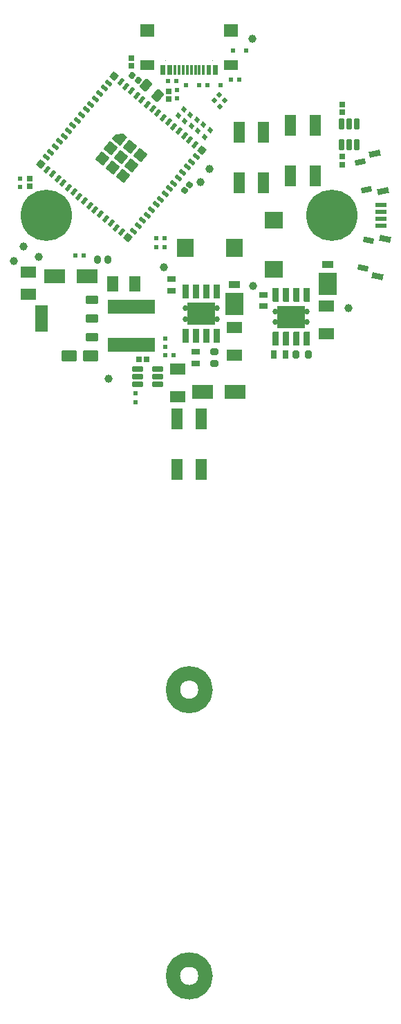
<source format=gbs>
G04*
G04 #@! TF.GenerationSoftware,Altium Limited,Altium Designer,21.9.2 (33)*
G04*
G04 Layer_Color=16711935*
%FSLAX25Y25*%
%MOIN*%
G70*
G04*
G04 #@! TF.SameCoordinates,C6F11EFD-203B-4413-AD8B-19CE97DDEB68*
G04*
G04*
G04 #@! TF.FilePolarity,Negative*
G04*
G01*
G75*
%ADD12C,0.07087*%
%ADD14C,0.00299*%
%ADD15R,0.00299X0.00299*%
%ADD16O,0.03449X0.04236*%
%ADD17C,0.24709*%
%ADD18C,0.02701*%
%ADD40C,0.03937*%
%ADD57R,0.05500X0.09843*%
%ADD77R,0.05417X0.01953*%
G04:AMPARAMS|DCode=78|XSize=29.72mil|YSize=28.35mil|CornerRadius=5.32mil|HoleSize=0mil|Usage=FLASHONLY|Rotation=180.000|XOffset=0mil|YOffset=0mil|HoleType=Round|Shape=RoundedRectangle|*
%AMROUNDEDRECTD78*
21,1,0.02972,0.01772,0,0,180.0*
21,1,0.01909,0.02835,0,0,180.0*
1,1,0.01063,-0.00955,0.00886*
1,1,0.01063,0.00955,0.00886*
1,1,0.01063,0.00955,-0.00886*
1,1,0.01063,-0.00955,-0.00886*
%
%ADD78ROUNDEDRECTD78*%
G04:AMPARAMS|DCode=79|XSize=50.63mil|YSize=25.83mil|CornerRadius=4.35mil|HoleSize=0mil|Usage=FLASHONLY|Rotation=270.000|XOffset=0mil|YOffset=0mil|HoleType=Round|Shape=RoundedRectangle|*
%AMROUNDEDRECTD79*
21,1,0.05063,0.01713,0,0,270.0*
21,1,0.04193,0.02583,0,0,270.0*
1,1,0.00870,-0.00856,-0.02097*
1,1,0.00870,-0.00856,0.02097*
1,1,0.00870,0.00856,0.02097*
1,1,0.00870,0.00856,-0.02097*
%
%ADD79ROUNDEDRECTD79*%
G04:AMPARAMS|DCode=80|XSize=26.61mil|YSize=50.24mil|CornerRadius=0mil|HoleSize=0mil|Usage=FLASHONLY|Rotation=258.000|XOffset=0mil|YOffset=0mil|HoleType=Round|Shape=Rectangle|*
%AMROTATEDRECTD80*
4,1,4,-0.02180,0.01824,0.02734,0.00779,0.02180,-0.01824,-0.02734,-0.00779,-0.02180,0.01824,0.0*
%
%ADD80ROTATEDRECTD80*%

G04:AMPARAMS|DCode=81|XSize=54.17mil|YSize=28.58mil|CornerRadius=0mil|HoleSize=0mil|Usage=FLASHONLY|Rotation=168.000|XOffset=0mil|YOffset=0mil|HoleType=Round|Shape=Rectangle|*
%AMROTATEDRECTD81*
4,1,4,0.02947,0.00835,0.02352,-0.01961,-0.02947,-0.00835,-0.02352,0.01961,0.02947,0.00835,0.0*
%
%ADD81ROTATEDRECTD81*%

G04:AMPARAMS|DCode=82|XSize=26.61mil|YSize=50.24mil|CornerRadius=0mil|HoleSize=0mil|Usage=FLASHONLY|Rotation=282.000|XOffset=0mil|YOffset=0mil|HoleType=Round|Shape=Rectangle|*
%AMROTATEDRECTD82*
4,1,4,-0.02734,0.00779,0.02180,0.01824,0.02734,-0.00779,-0.02180,-0.01824,-0.02734,0.00779,0.0*
%
%ADD82ROTATEDRECTD82*%

G04:AMPARAMS|DCode=83|XSize=54.17mil|YSize=28.58mil|CornerRadius=0mil|HoleSize=0mil|Usage=FLASHONLY|Rotation=192.000|XOffset=0mil|YOffset=0mil|HoleType=Round|Shape=Rectangle|*
%AMROTATEDRECTD83*
4,1,4,0.02352,0.01961,0.02947,-0.00835,-0.02352,-0.01961,-0.02947,0.00835,0.02352,0.01961,0.0*
%
%ADD83ROTATEDRECTD83*%

G04:AMPARAMS|DCode=84|XSize=29.72mil|YSize=28.35mil|CornerRadius=5.32mil|HoleSize=0mil|Usage=FLASHONLY|Rotation=230.000|XOffset=0mil|YOffset=0mil|HoleType=Round|Shape=RoundedRectangle|*
%AMROUNDEDRECTD84*
21,1,0.02972,0.01772,0,0,230.0*
21,1,0.01909,0.02835,0,0,230.0*
1,1,0.01063,-0.01292,-0.00162*
1,1,0.01063,-0.00065,0.01301*
1,1,0.01063,0.01292,0.00162*
1,1,0.01063,0.00065,-0.01301*
%
%ADD84ROUNDEDRECTD84*%
%ADD85R,0.02169X0.02268*%
%ADD86R,0.02268X0.02169*%
G04:AMPARAMS|DCode=87|XSize=21.69mil|YSize=22.68mil|CornerRadius=0mil|HoleSize=0mil|Usage=FLASHONLY|Rotation=230.000|XOffset=0mil|YOffset=0mil|HoleType=Round|Shape=Rectangle|*
%AMROTATEDRECTD87*
4,1,4,-0.00171,0.01560,0.01566,0.00102,0.00171,-0.01560,-0.01566,-0.00102,-0.00171,0.01560,0.0*
%
%ADD87ROTATEDRECTD87*%

G04:AMPARAMS|DCode=88|XSize=54.17mil|YSize=42.36mil|CornerRadius=6.42mil|HoleSize=0mil|Usage=FLASHONLY|Rotation=50.000|XOffset=0mil|YOffset=0mil|HoleType=Round|Shape=RoundedRectangle|*
%AMROUNDEDRECTD88*
21,1,0.05417,0.02953,0,0,50.0*
21,1,0.04134,0.04236,0,0,50.0*
1,1,0.01284,0.02460,0.00634*
1,1,0.01284,-0.00198,-0.02532*
1,1,0.01284,-0.02460,-0.00634*
1,1,0.01284,0.00198,0.02532*
%
%ADD88ROUNDEDRECTD88*%
%ADD89R,0.07386X0.05614*%
%ADD90R,0.22740X0.06598*%
%ADD91R,0.01480X0.04630*%
%ADD92R,0.06598X0.06205*%
%ADD93R,0.06598X0.05024*%
%ADD94R,0.05614X0.07386*%
%ADD95R,0.10142X0.06992*%
G04:AMPARAMS|DCode=96|XSize=38.42mil|YSize=60.08mil|CornerRadius=3.45mil|HoleSize=0mil|Usage=FLASHONLY|Rotation=90.000|XOffset=0mil|YOffset=0mil|HoleType=Round|Shape=RoundedRectangle|*
%AMROUNDEDRECTD96*
21,1,0.03842,0.05319,0,0,90.0*
21,1,0.03154,0.06008,0,0,90.0*
1,1,0.00689,0.02659,0.01577*
1,1,0.00689,0.02659,-0.01577*
1,1,0.00689,-0.02659,-0.01577*
1,1,0.00689,-0.02659,0.01577*
%
%ADD96ROUNDEDRECTD96*%
G04:AMPARAMS|DCode=97|XSize=127.01mil|YSize=60.08mil|CornerRadius=3.49mil|HoleSize=0mil|Usage=FLASHONLY|Rotation=90.000|XOffset=0mil|YOffset=0mil|HoleType=Round|Shape=RoundedRectangle|*
%AMROUNDEDRECTD97*
21,1,0.12701,0.05309,0,0,90.0*
21,1,0.12002,0.06008,0,0,90.0*
1,1,0.00699,0.02655,0.06001*
1,1,0.00699,0.02655,-0.06001*
1,1,0.00699,-0.02655,-0.06001*
1,1,0.00699,-0.02655,0.06001*
%
%ADD97ROUNDEDRECTD97*%
%ADD98R,0.02454X0.01850*%
%ADD99P,0.04877X4X275.0*%
G04:AMPARAMS|DCode=100|XSize=34.49mil|YSize=18.74mil|CornerRadius=0mil|HoleSize=0mil|Usage=FLASHONLY|Rotation=230.000|XOffset=0mil|YOffset=0mil|HoleType=Round|Shape=Rectangle|*
%AMROTATEDRECTD100*
4,1,4,0.00391,0.01923,0.01826,0.00719,-0.00391,-0.01923,-0.01826,-0.00719,0.00391,0.01923,0.0*
%
%ADD100ROTATEDRECTD100*%

G04:AMPARAMS|DCode=101|XSize=18.74mil|YSize=34.49mil|CornerRadius=0mil|HoleSize=0mil|Usage=FLASHONLY|Rotation=230.000|XOffset=0mil|YOffset=0mil|HoleType=Round|Shape=Rectangle|*
%AMROTATEDRECTD101*
4,1,4,-0.00719,0.01826,0.01923,-0.00391,0.00719,-0.01826,-0.01923,0.00391,-0.00719,0.01826,0.0*
%
%ADD101ROTATEDRECTD101*%

%ADD102P,0.07105X4X275.0*%
G04:AMPARAMS|DCode=103|XSize=21.69mil|YSize=22.68mil|CornerRadius=0mil|HoleSize=0mil|Usage=FLASHONLY|Rotation=315.000|XOffset=0mil|YOffset=0mil|HoleType=Round|Shape=Rectangle|*
%AMROTATEDRECTD103*
4,1,4,-0.01569,-0.00035,0.00035,0.01569,0.01569,0.00035,-0.00035,-0.01569,-0.01569,-0.00035,0.0*
%
%ADD103ROTATEDRECTD103*%

G04:AMPARAMS|DCode=104|XSize=29.72mil|YSize=28.35mil|CornerRadius=5.32mil|HoleSize=0mil|Usage=FLASHONLY|Rotation=320.000|XOffset=0mil|YOffset=0mil|HoleType=Round|Shape=RoundedRectangle|*
%AMROUNDEDRECTD104*
21,1,0.02972,0.01772,0,0,320.0*
21,1,0.01909,0.02835,0,0,320.0*
1,1,0.01063,0.00162,-0.01292*
1,1,0.01063,-0.01301,-0.00065*
1,1,0.01063,-0.00162,0.01292*
1,1,0.01063,0.01301,0.00065*
%
%ADD104ROUNDEDRECTD104*%
G04:AMPARAMS|DCode=105|XSize=75.83mil|YSize=56.14mil|CornerRadius=8.14mil|HoleSize=0mil|Usage=FLASHONLY|Rotation=180.000|XOffset=0mil|YOffset=0mil|HoleType=Round|Shape=RoundedRectangle|*
%AMROUNDEDRECTD105*
21,1,0.07583,0.03986,0,0,180.0*
21,1,0.05955,0.05614,0,0,180.0*
1,1,0.01628,-0.02977,0.01993*
1,1,0.01628,0.02977,0.01993*
1,1,0.01628,0.02977,-0.01993*
1,1,0.01628,-0.02977,-0.01993*
%
%ADD105ROUNDEDRECTD105*%
%ADD106R,0.10142X0.06992*%
G04:AMPARAMS|DCode=107|XSize=50.63mil|YSize=25.83mil|CornerRadius=4.35mil|HoleSize=0mil|Usage=FLASHONLY|Rotation=180.000|XOffset=0mil|YOffset=0mil|HoleType=Round|Shape=RoundedRectangle|*
%AMROUNDEDRECTD107*
21,1,0.05063,0.01713,0,0,180.0*
21,1,0.04193,0.02583,0,0,180.0*
1,1,0.00870,-0.02097,0.00856*
1,1,0.00870,0.02097,0.00856*
1,1,0.00870,0.02097,-0.00856*
1,1,0.00870,-0.02097,-0.00856*
%
%ADD107ROUNDEDRECTD107*%
G04:AMPARAMS|DCode=108|XSize=29.72mil|YSize=28.35mil|CornerRadius=5.32mil|HoleSize=0mil|Usage=FLASHONLY|Rotation=270.000|XOffset=0mil|YOffset=0mil|HoleType=Round|Shape=RoundedRectangle|*
%AMROUNDEDRECTD108*
21,1,0.02972,0.01772,0,0,270.0*
21,1,0.01909,0.02835,0,0,270.0*
1,1,0.01063,-0.00886,-0.00955*
1,1,0.01063,-0.00886,0.00955*
1,1,0.01063,0.00886,0.00955*
1,1,0.01063,0.00886,-0.00955*
%
%ADD108ROUNDEDRECTD108*%
G04:AMPARAMS|DCode=109|XSize=74.25mil|YSize=54.96mil|CornerRadius=7.99mil|HoleSize=0mil|Usage=FLASHONLY|Rotation=180.000|XOffset=0mil|YOffset=0mil|HoleType=Round|Shape=RoundedRectangle|*
%AMROUNDEDRECTD109*
21,1,0.07425,0.03898,0,0,180.0*
21,1,0.05827,0.05496,0,0,180.0*
1,1,0.01598,-0.02913,0.01949*
1,1,0.01598,0.02913,0.01949*
1,1,0.01598,0.02913,-0.01949*
1,1,0.01598,-0.02913,-0.01949*
%
%ADD109ROUNDEDRECTD109*%
%ADD110R,0.08173X0.08961*%
%ADD111R,0.08961X0.10811*%
%ADD112R,0.05299X0.03299*%
%ADD113R,0.03842X0.03055*%
G04:AMPARAMS|DCode=114|XSize=38.42mil|YSize=30.55mil|CornerRadius=4.94mil|HoleSize=0mil|Usage=FLASHONLY|Rotation=270.000|XOffset=0mil|YOffset=0mil|HoleType=Round|Shape=RoundedRectangle|*
%AMROUNDEDRECTD114*
21,1,0.03842,0.02067,0,0,270.0*
21,1,0.02854,0.03055,0,0,270.0*
1,1,0.00988,-0.01034,-0.01427*
1,1,0.00988,-0.01034,0.01427*
1,1,0.00988,0.01034,0.01427*
1,1,0.00988,0.01034,-0.01427*
%
%ADD114ROUNDEDRECTD114*%
%ADD115R,0.03055X0.03842*%
G04:AMPARAMS|DCode=116|XSize=38.42mil|YSize=30.55mil|CornerRadius=4.94mil|HoleSize=0mil|Usage=FLASHONLY|Rotation=0.000|XOffset=0mil|YOffset=0mil|HoleType=Round|Shape=RoundedRectangle|*
%AMROUNDEDRECTD116*
21,1,0.03842,0.02067,0,0,0.0*
21,1,0.02854,0.03055,0,0,0.0*
1,1,0.00988,0.01427,-0.01034*
1,1,0.00988,-0.01427,-0.01034*
1,1,0.00988,-0.01427,0.01034*
1,1,0.00988,0.01427,0.01034*
%
%ADD116ROUNDEDRECTD116*%
%ADD117R,0.08961X0.08173*%
G36*
X-29737Y37599D02*
X-33280Y33377D01*
X-37502Y36920D01*
X-35604Y39182D01*
X-31999Y39497D01*
X-29737Y37599D01*
D02*
G37*
G36*
X14479Y-33288D02*
X14489Y-33288D01*
X14499Y-33290D01*
X14509Y-33292D01*
X14519Y-33294D01*
X14529Y-33297D01*
X14539Y-33301D01*
X14549Y-33304D01*
X14558Y-33309D01*
X14567Y-33314D01*
X14576Y-33319D01*
X14584Y-33325D01*
X14592Y-33331D01*
X14600Y-33338D01*
X14608Y-33345D01*
X14615Y-33353D01*
X14622Y-33360D01*
X14628Y-33369D01*
X14634Y-33377D01*
X14639Y-33386D01*
X14644Y-33395D01*
X14648Y-33404D01*
X14652Y-33414D01*
X14656Y-33423D01*
X14659Y-33433D01*
X14661Y-33443D01*
X14663Y-33453D01*
X14664Y-33464D01*
X14665Y-33474D01*
X14665Y-33484D01*
Y-39744D01*
X14665Y-39754D01*
X14664Y-39765D01*
X14663Y-39775D01*
X14661Y-39785D01*
X14659Y-39795D01*
X14656Y-39805D01*
X14652Y-39815D01*
X14648Y-39824D01*
X14644Y-39833D01*
X14639Y-39843D01*
X14634Y-39851D01*
X14628Y-39860D01*
X14622Y-39868D01*
X14615Y-39876D01*
X14608Y-39883D01*
X14600Y-39890D01*
X14592Y-39897D01*
X14584Y-39903D01*
X14576Y-39909D01*
X14567Y-39915D01*
X14558Y-39919D01*
X14549Y-39924D01*
X14539Y-39928D01*
X14529Y-39931D01*
X14519Y-39934D01*
X14509Y-39937D01*
X14499Y-39939D01*
X14489Y-39940D01*
X14479Y-39941D01*
X14469Y-39941D01*
X11949D01*
X11938Y-39941D01*
X11928Y-39940D01*
X11918Y-39939D01*
X11908Y-39937D01*
X11898Y-39934D01*
X11888Y-39931D01*
X11878Y-39928D01*
X11869Y-39924D01*
X11859Y-39919D01*
X11850Y-39915D01*
X11842Y-39909D01*
X11833Y-39903D01*
X11825Y-39897D01*
X11817Y-39890D01*
X11810Y-39883D01*
X11802Y-39876D01*
X11796Y-39868D01*
X11789Y-39860D01*
X11784Y-39851D01*
X11778Y-39843D01*
X11773Y-39833D01*
X11769Y-39824D01*
X11765Y-39815D01*
X11762Y-39805D01*
X11759Y-39795D01*
X11756Y-39785D01*
X11754Y-39775D01*
X11753Y-39765D01*
X11752Y-39754D01*
X11752Y-39744D01*
Y-33484D01*
X11752Y-33474D01*
X11753Y-33464D01*
X11754Y-33453D01*
X11756Y-33443D01*
X11759Y-33433D01*
X11762Y-33423D01*
X11765Y-33414D01*
X11769Y-33404D01*
X11773Y-33395D01*
X11778Y-33386D01*
X11784Y-33377D01*
X11789Y-33369D01*
X11796Y-33360D01*
X11802Y-33353D01*
X11810Y-33345D01*
X11817Y-33338D01*
X11825Y-33331D01*
X11833Y-33325D01*
X11842Y-33319D01*
X11850Y-33314D01*
X11859Y-33309D01*
X11869Y-33304D01*
X11878Y-33301D01*
X11888Y-33297D01*
X11898Y-33294D01*
X11908Y-33292D01*
X11918Y-33290D01*
X11928Y-33288D01*
X11938Y-33288D01*
X11949Y-33287D01*
X14469D01*
X14479Y-33288D01*
D02*
G37*
G36*
X9479D02*
X9489Y-33288D01*
X9499Y-33290D01*
X9509Y-33292D01*
X9519Y-33294D01*
X9529Y-33297D01*
X9539Y-33301D01*
X9549Y-33304D01*
X9558Y-33309D01*
X9567Y-33314D01*
X9576Y-33319D01*
X9584Y-33325D01*
X9592Y-33331D01*
X9600Y-33338D01*
X9608Y-33345D01*
X9615Y-33353D01*
X9622Y-33360D01*
X9628Y-33369D01*
X9634Y-33377D01*
X9639Y-33386D01*
X9644Y-33395D01*
X9648Y-33404D01*
X9652Y-33414D01*
X9656Y-33423D01*
X9659Y-33433D01*
X9661Y-33443D01*
X9663Y-33453D01*
X9664Y-33464D01*
X9665Y-33474D01*
X9665Y-33484D01*
Y-39744D01*
X9665Y-39754D01*
X9664Y-39765D01*
X9663Y-39775D01*
X9661Y-39785D01*
X9659Y-39795D01*
X9656Y-39805D01*
X9652Y-39815D01*
X9648Y-39824D01*
X9644Y-39833D01*
X9639Y-39843D01*
X9634Y-39851D01*
X9628Y-39860D01*
X9622Y-39868D01*
X9615Y-39876D01*
X9608Y-39883D01*
X9600Y-39890D01*
X9592Y-39897D01*
X9584Y-39903D01*
X9576Y-39909D01*
X9567Y-39915D01*
X9558Y-39919D01*
X9549Y-39924D01*
X9539Y-39928D01*
X9529Y-39931D01*
X9519Y-39934D01*
X9509Y-39937D01*
X9499Y-39939D01*
X9489Y-39940D01*
X9479Y-39941D01*
X9469Y-39941D01*
X6949D01*
X6938Y-39941D01*
X6928Y-39940D01*
X6918Y-39939D01*
X6908Y-39937D01*
X6898Y-39934D01*
X6888Y-39931D01*
X6878Y-39928D01*
X6869Y-39924D01*
X6859Y-39919D01*
X6850Y-39915D01*
X6842Y-39909D01*
X6833Y-39903D01*
X6825Y-39897D01*
X6817Y-39890D01*
X6810Y-39883D01*
X6803Y-39876D01*
X6796Y-39868D01*
X6790Y-39860D01*
X6784Y-39851D01*
X6778Y-39843D01*
X6773Y-39833D01*
X6769Y-39824D01*
X6765Y-39815D01*
X6762Y-39805D01*
X6759Y-39795D01*
X6756Y-39785D01*
X6754Y-39775D01*
X6753Y-39765D01*
X6752Y-39754D01*
X6752Y-39744D01*
Y-33484D01*
X6752Y-33474D01*
X6753Y-33464D01*
X6754Y-33453D01*
X6756Y-33443D01*
X6759Y-33433D01*
X6762Y-33423D01*
X6765Y-33414D01*
X6769Y-33404D01*
X6773Y-33395D01*
X6778Y-33386D01*
X6784Y-33377D01*
X6790Y-33369D01*
X6796Y-33360D01*
X6803Y-33353D01*
X6810Y-33345D01*
X6817Y-33338D01*
X6825Y-33331D01*
X6833Y-33325D01*
X6842Y-33319D01*
X6850Y-33314D01*
X6859Y-33309D01*
X6869Y-33304D01*
X6878Y-33301D01*
X6888Y-33297D01*
X6898Y-33294D01*
X6908Y-33292D01*
X6918Y-33290D01*
X6928Y-33288D01*
X6938Y-33288D01*
X6949Y-33287D01*
X9469D01*
X9479Y-33288D01*
D02*
G37*
G36*
X4479D02*
X4489Y-33288D01*
X4499Y-33290D01*
X4509Y-33292D01*
X4519Y-33294D01*
X4529Y-33297D01*
X4539Y-33301D01*
X4549Y-33304D01*
X4558Y-33309D01*
X4567Y-33314D01*
X4576Y-33319D01*
X4584Y-33325D01*
X4592Y-33331D01*
X4600Y-33338D01*
X4608Y-33345D01*
X4615Y-33353D01*
X4622Y-33360D01*
X4628Y-33369D01*
X4634Y-33377D01*
X4639Y-33386D01*
X4644Y-33395D01*
X4648Y-33404D01*
X4652Y-33414D01*
X4656Y-33423D01*
X4659Y-33433D01*
X4661Y-33443D01*
X4663Y-33453D01*
X4664Y-33464D01*
X4665Y-33474D01*
X4665Y-33484D01*
Y-39744D01*
X4665Y-39754D01*
X4664Y-39765D01*
X4663Y-39775D01*
X4661Y-39785D01*
X4659Y-39795D01*
X4656Y-39805D01*
X4652Y-39815D01*
X4648Y-39824D01*
X4644Y-39833D01*
X4639Y-39843D01*
X4634Y-39851D01*
X4628Y-39860D01*
X4622Y-39868D01*
X4615Y-39876D01*
X4608Y-39883D01*
X4600Y-39890D01*
X4592Y-39897D01*
X4584Y-39903D01*
X4576Y-39909D01*
X4567Y-39915D01*
X4558Y-39919D01*
X4549Y-39924D01*
X4539Y-39928D01*
X4529Y-39931D01*
X4519Y-39934D01*
X4509Y-39937D01*
X4499Y-39939D01*
X4489Y-39940D01*
X4479Y-39941D01*
X4468Y-39941D01*
X1949D01*
X1939Y-39941D01*
X1928Y-39940D01*
X1918Y-39939D01*
X1908Y-39937D01*
X1898Y-39934D01*
X1888Y-39931D01*
X1878Y-39928D01*
X1869Y-39924D01*
X1859Y-39919D01*
X1850Y-39915D01*
X1842Y-39909D01*
X1833Y-39903D01*
X1825Y-39897D01*
X1817Y-39890D01*
X1810Y-39883D01*
X1802Y-39876D01*
X1796Y-39868D01*
X1790Y-39860D01*
X1784Y-39851D01*
X1778Y-39843D01*
X1773Y-39833D01*
X1769Y-39824D01*
X1765Y-39815D01*
X1762Y-39805D01*
X1759Y-39795D01*
X1756Y-39785D01*
X1754Y-39775D01*
X1753Y-39765D01*
X1752Y-39754D01*
X1752Y-39744D01*
Y-33484D01*
X1752Y-33474D01*
X1753Y-33464D01*
X1754Y-33453D01*
X1756Y-33443D01*
X1759Y-33433D01*
X1762Y-33423D01*
X1765Y-33414D01*
X1769Y-33404D01*
X1773Y-33395D01*
X1778Y-33386D01*
X1784Y-33377D01*
X1790Y-33369D01*
X1796Y-33360D01*
X1802Y-33353D01*
X1810Y-33345D01*
X1817Y-33338D01*
X1825Y-33331D01*
X1833Y-33325D01*
X1842Y-33319D01*
X1850Y-33314D01*
X1859Y-33309D01*
X1869Y-33304D01*
X1878Y-33301D01*
X1888Y-33297D01*
X1898Y-33294D01*
X1908Y-33292D01*
X1918Y-33290D01*
X1928Y-33288D01*
X1939Y-33288D01*
X1949Y-33287D01*
X4468D01*
X4479Y-33288D01*
D02*
G37*
G36*
X-521D02*
X-511Y-33288D01*
X-501Y-33290D01*
X-491Y-33292D01*
X-481Y-33294D01*
X-471Y-33297D01*
X-461Y-33301D01*
X-451Y-33304D01*
X-442Y-33309D01*
X-433Y-33314D01*
X-424Y-33319D01*
X-416Y-33325D01*
X-408Y-33331D01*
X-400Y-33338D01*
X-392Y-33345D01*
X-385Y-33353D01*
X-378Y-33360D01*
X-372Y-33369D01*
X-366Y-33377D01*
X-361Y-33386D01*
X-356Y-33395D01*
X-352Y-33404D01*
X-348Y-33414D01*
X-344Y-33423D01*
X-341Y-33433D01*
X-339Y-33443D01*
X-337Y-33453D01*
X-336Y-33464D01*
X-335Y-33474D01*
X-335Y-33484D01*
Y-39744D01*
X-335Y-39754D01*
X-336Y-39765D01*
X-337Y-39775D01*
X-339Y-39785D01*
X-341Y-39795D01*
X-344Y-39805D01*
X-348Y-39815D01*
X-352Y-39824D01*
X-356Y-39833D01*
X-361Y-39843D01*
X-366Y-39851D01*
X-372Y-39860D01*
X-378Y-39868D01*
X-385Y-39876D01*
X-392Y-39883D01*
X-400Y-39890D01*
X-408Y-39897D01*
X-416Y-39903D01*
X-424Y-39909D01*
X-433Y-39915D01*
X-442Y-39919D01*
X-451Y-39924D01*
X-461Y-39928D01*
X-471Y-39931D01*
X-481Y-39934D01*
X-491Y-39937D01*
X-501Y-39939D01*
X-511Y-39940D01*
X-521Y-39941D01*
X-532Y-39941D01*
X-3051D01*
X-3062Y-39941D01*
X-3072Y-39940D01*
X-3082Y-39939D01*
X-3092Y-39937D01*
X-3102Y-39934D01*
X-3112Y-39931D01*
X-3122Y-39928D01*
X-3131Y-39924D01*
X-3141Y-39919D01*
X-3150Y-39915D01*
X-3158Y-39909D01*
X-3167Y-39903D01*
X-3175Y-39897D01*
X-3183Y-39890D01*
X-3190Y-39883D01*
X-3198Y-39876D01*
X-3204Y-39868D01*
X-3210Y-39860D01*
X-3216Y-39851D01*
X-3222Y-39843D01*
X-3227Y-39833D01*
X-3231Y-39824D01*
X-3235Y-39815D01*
X-3238Y-39805D01*
X-3241Y-39795D01*
X-3244Y-39785D01*
X-3246Y-39775D01*
X-3247Y-39765D01*
X-3248Y-39754D01*
X-3248Y-39744D01*
Y-33484D01*
X-3248Y-33474D01*
X-3247Y-33464D01*
X-3246Y-33453D01*
X-3244Y-33443D01*
X-3241Y-33433D01*
X-3238Y-33423D01*
X-3235Y-33414D01*
X-3231Y-33404D01*
X-3227Y-33395D01*
X-3222Y-33386D01*
X-3216Y-33377D01*
X-3210Y-33369D01*
X-3204Y-33360D01*
X-3198Y-33353D01*
X-3190Y-33345D01*
X-3183Y-33338D01*
X-3175Y-33331D01*
X-3167Y-33325D01*
X-3158Y-33319D01*
X-3150Y-33314D01*
X-3141Y-33309D01*
X-3131Y-33304D01*
X-3122Y-33301D01*
X-3112Y-33297D01*
X-3102Y-33294D01*
X-3092Y-33292D01*
X-3082Y-33290D01*
X-3072Y-33288D01*
X-3062Y-33288D01*
X-3051Y-33287D01*
X-532D01*
X-521Y-33288D01*
D02*
G37*
G36*
X57983Y-34863D02*
X57993Y-34863D01*
X58003Y-34865D01*
X58013Y-34866D01*
X58023Y-34869D01*
X58033Y-34872D01*
X58043Y-34875D01*
X58052Y-34879D01*
X58062Y-34884D01*
X58071Y-34889D01*
X58080Y-34894D01*
X58088Y-34900D01*
X58096Y-34906D01*
X58104Y-34913D01*
X58112Y-34920D01*
X58119Y-34927D01*
X58125Y-34935D01*
X58132Y-34943D01*
X58138Y-34952D01*
X58143Y-34961D01*
X58148Y-34970D01*
X58152Y-34979D01*
X58156Y-34988D01*
X58160Y-34998D01*
X58163Y-35008D01*
X58165Y-35018D01*
X58167Y-35028D01*
X58168Y-35039D01*
X58169Y-35049D01*
X58169Y-35059D01*
Y-41319D01*
X58169Y-41329D01*
X58168Y-41339D01*
X58167Y-41350D01*
X58165Y-41360D01*
X58163Y-41370D01*
X58160Y-41380D01*
X58156Y-41389D01*
X58152Y-41399D01*
X58148Y-41408D01*
X58143Y-41417D01*
X58138Y-41426D01*
X58132Y-41435D01*
X58125Y-41443D01*
X58119Y-41451D01*
X58112Y-41458D01*
X58104Y-41465D01*
X58096Y-41472D01*
X58088Y-41478D01*
X58080Y-41484D01*
X58071Y-41489D01*
X58062Y-41494D01*
X58052Y-41499D01*
X58043Y-41503D01*
X58033Y-41506D01*
X58023Y-41509D01*
X58013Y-41511D01*
X58003Y-41513D01*
X57993Y-41515D01*
X57983Y-41515D01*
X57973Y-41516D01*
X55453D01*
X55443Y-41515D01*
X55432Y-41515D01*
X55422Y-41513D01*
X55412Y-41511D01*
X55402Y-41509D01*
X55392Y-41506D01*
X55382Y-41503D01*
X55373Y-41499D01*
X55363Y-41494D01*
X55354Y-41489D01*
X55346Y-41484D01*
X55337Y-41478D01*
X55329Y-41472D01*
X55321Y-41465D01*
X55314Y-41458D01*
X55307Y-41451D01*
X55300Y-41443D01*
X55294Y-41435D01*
X55288Y-41426D01*
X55282Y-41417D01*
X55277Y-41408D01*
X55273Y-41399D01*
X55269Y-41389D01*
X55265Y-41380D01*
X55263Y-41370D01*
X55260Y-41360D01*
X55258Y-41350D01*
X55257Y-41339D01*
X55256Y-41329D01*
X55256Y-41319D01*
Y-35059D01*
X55256Y-35049D01*
X55257Y-35039D01*
X55258Y-35028D01*
X55260Y-35018D01*
X55263Y-35008D01*
X55265Y-34998D01*
X55269Y-34988D01*
X55273Y-34979D01*
X55277Y-34970D01*
X55282Y-34961D01*
X55288Y-34952D01*
X55294Y-34943D01*
X55300Y-34935D01*
X55307Y-34927D01*
X55314Y-34920D01*
X55321Y-34913D01*
X55329Y-34906D01*
X55337Y-34900D01*
X55346Y-34894D01*
X55354Y-34889D01*
X55363Y-34884D01*
X55373Y-34879D01*
X55382Y-34875D01*
X55392Y-34872D01*
X55402Y-34869D01*
X55412Y-34866D01*
X55422Y-34865D01*
X55432Y-34863D01*
X55443Y-34863D01*
X55453Y-34862D01*
X57973D01*
X57983Y-34863D01*
D02*
G37*
G36*
X52983D02*
X52993Y-34863D01*
X53003Y-34865D01*
X53013Y-34866D01*
X53023Y-34869D01*
X53033Y-34872D01*
X53043Y-34875D01*
X53053Y-34879D01*
X53062Y-34884D01*
X53071Y-34889D01*
X53080Y-34894D01*
X53088Y-34900D01*
X53096Y-34906D01*
X53104Y-34913D01*
X53112Y-34920D01*
X53119Y-34927D01*
X53125Y-34935D01*
X53132Y-34943D01*
X53137Y-34952D01*
X53143Y-34961D01*
X53148Y-34970D01*
X53152Y-34979D01*
X53156Y-34988D01*
X53160Y-34998D01*
X53163Y-35008D01*
X53165Y-35018D01*
X53167Y-35028D01*
X53168Y-35039D01*
X53169Y-35049D01*
X53169Y-35059D01*
Y-41319D01*
X53169Y-41329D01*
X53168Y-41339D01*
X53167Y-41350D01*
X53165Y-41360D01*
X53163Y-41370D01*
X53160Y-41380D01*
X53156Y-41389D01*
X53152Y-41399D01*
X53148Y-41408D01*
X53143Y-41417D01*
X53137Y-41426D01*
X53132Y-41435D01*
X53125Y-41443D01*
X53119Y-41451D01*
X53112Y-41458D01*
X53104Y-41465D01*
X53096Y-41472D01*
X53088Y-41478D01*
X53080Y-41484D01*
X53071Y-41489D01*
X53062Y-41494D01*
X53053Y-41499D01*
X53043Y-41503D01*
X53033Y-41506D01*
X53023Y-41509D01*
X53013Y-41511D01*
X53003Y-41513D01*
X52993Y-41515D01*
X52983Y-41515D01*
X52973Y-41516D01*
X50453D01*
X50442Y-41515D01*
X50432Y-41515D01*
X50422Y-41513D01*
X50412Y-41511D01*
X50402Y-41509D01*
X50392Y-41506D01*
X50382Y-41503D01*
X50373Y-41499D01*
X50363Y-41494D01*
X50354Y-41489D01*
X50346Y-41484D01*
X50337Y-41478D01*
X50329Y-41472D01*
X50321Y-41465D01*
X50314Y-41458D01*
X50306Y-41451D01*
X50300Y-41443D01*
X50293Y-41435D01*
X50288Y-41426D01*
X50282Y-41417D01*
X50277Y-41408D01*
X50273Y-41399D01*
X50269Y-41389D01*
X50266Y-41380D01*
X50263Y-41370D01*
X50260Y-41360D01*
X50258Y-41350D01*
X50257Y-41339D01*
X50256Y-41329D01*
X50256Y-41319D01*
Y-35059D01*
X50256Y-35049D01*
X50257Y-35039D01*
X50258Y-35028D01*
X50260Y-35018D01*
X50263Y-35008D01*
X50266Y-34998D01*
X50269Y-34988D01*
X50273Y-34979D01*
X50277Y-34970D01*
X50282Y-34961D01*
X50288Y-34952D01*
X50293Y-34943D01*
X50300Y-34935D01*
X50306Y-34927D01*
X50314Y-34920D01*
X50321Y-34913D01*
X50329Y-34906D01*
X50337Y-34900D01*
X50346Y-34894D01*
X50354Y-34889D01*
X50363Y-34884D01*
X50373Y-34879D01*
X50382Y-34875D01*
X50392Y-34872D01*
X50402Y-34869D01*
X50412Y-34866D01*
X50422Y-34865D01*
X50432Y-34863D01*
X50442Y-34863D01*
X50453Y-34862D01*
X52973D01*
X52983Y-34863D01*
D02*
G37*
G36*
X47983D02*
X47993Y-34863D01*
X48003Y-34865D01*
X48013Y-34866D01*
X48023Y-34869D01*
X48033Y-34872D01*
X48043Y-34875D01*
X48052Y-34879D01*
X48062Y-34884D01*
X48071Y-34889D01*
X48080Y-34894D01*
X48088Y-34900D01*
X48096Y-34906D01*
X48104Y-34913D01*
X48112Y-34920D01*
X48119Y-34927D01*
X48125Y-34935D01*
X48132Y-34943D01*
X48138Y-34952D01*
X48143Y-34961D01*
X48148Y-34970D01*
X48152Y-34979D01*
X48156Y-34988D01*
X48160Y-34998D01*
X48163Y-35008D01*
X48165Y-35018D01*
X48167Y-35028D01*
X48168Y-35039D01*
X48169Y-35049D01*
X48169Y-35059D01*
Y-41319D01*
X48169Y-41329D01*
X48168Y-41339D01*
X48167Y-41350D01*
X48165Y-41360D01*
X48163Y-41370D01*
X48160Y-41380D01*
X48156Y-41389D01*
X48152Y-41399D01*
X48148Y-41408D01*
X48143Y-41417D01*
X48138Y-41426D01*
X48132Y-41435D01*
X48125Y-41443D01*
X48119Y-41451D01*
X48112Y-41458D01*
X48104Y-41465D01*
X48096Y-41472D01*
X48088Y-41478D01*
X48080Y-41484D01*
X48071Y-41489D01*
X48062Y-41494D01*
X48052Y-41499D01*
X48043Y-41503D01*
X48033Y-41506D01*
X48023Y-41509D01*
X48013Y-41511D01*
X48003Y-41513D01*
X47993Y-41515D01*
X47983Y-41515D01*
X47972Y-41516D01*
X45453D01*
X45443Y-41515D01*
X45432Y-41515D01*
X45422Y-41513D01*
X45412Y-41511D01*
X45402Y-41509D01*
X45392Y-41506D01*
X45382Y-41503D01*
X45373Y-41499D01*
X45363Y-41494D01*
X45354Y-41489D01*
X45346Y-41484D01*
X45337Y-41478D01*
X45329Y-41472D01*
X45321Y-41465D01*
X45314Y-41458D01*
X45307Y-41451D01*
X45300Y-41443D01*
X45294Y-41435D01*
X45288Y-41426D01*
X45282Y-41417D01*
X45277Y-41408D01*
X45273Y-41399D01*
X45269Y-41389D01*
X45266Y-41380D01*
X45263Y-41370D01*
X45260Y-41360D01*
X45258Y-41350D01*
X45257Y-41339D01*
X45256Y-41329D01*
X45256Y-41319D01*
Y-35059D01*
X45256Y-35049D01*
X45257Y-35039D01*
X45258Y-35028D01*
X45260Y-35018D01*
X45263Y-35008D01*
X45266Y-34998D01*
X45269Y-34988D01*
X45273Y-34979D01*
X45277Y-34970D01*
X45282Y-34961D01*
X45288Y-34952D01*
X45294Y-34943D01*
X45300Y-34935D01*
X45307Y-34927D01*
X45314Y-34920D01*
X45321Y-34913D01*
X45329Y-34906D01*
X45337Y-34900D01*
X45346Y-34894D01*
X45354Y-34889D01*
X45363Y-34884D01*
X45373Y-34879D01*
X45382Y-34875D01*
X45392Y-34872D01*
X45402Y-34869D01*
X45412Y-34866D01*
X45422Y-34865D01*
X45432Y-34863D01*
X45443Y-34863D01*
X45453Y-34862D01*
X47972D01*
X47983Y-34863D01*
D02*
G37*
G36*
X42983D02*
X42993Y-34863D01*
X43003Y-34865D01*
X43013Y-34866D01*
X43023Y-34869D01*
X43033Y-34872D01*
X43043Y-34875D01*
X43053Y-34879D01*
X43062Y-34884D01*
X43071Y-34889D01*
X43080Y-34894D01*
X43088Y-34900D01*
X43096Y-34906D01*
X43104Y-34913D01*
X43112Y-34920D01*
X43119Y-34927D01*
X43125Y-34935D01*
X43132Y-34943D01*
X43137Y-34952D01*
X43143Y-34961D01*
X43148Y-34970D01*
X43152Y-34979D01*
X43156Y-34988D01*
X43160Y-34998D01*
X43163Y-35008D01*
X43165Y-35018D01*
X43167Y-35028D01*
X43168Y-35039D01*
X43169Y-35049D01*
X43169Y-35059D01*
Y-41319D01*
X43169Y-41329D01*
X43168Y-41339D01*
X43167Y-41350D01*
X43165Y-41360D01*
X43163Y-41370D01*
X43160Y-41380D01*
X43156Y-41389D01*
X43152Y-41399D01*
X43148Y-41408D01*
X43143Y-41417D01*
X43137Y-41426D01*
X43132Y-41435D01*
X43125Y-41443D01*
X43119Y-41451D01*
X43112Y-41458D01*
X43104Y-41465D01*
X43096Y-41472D01*
X43088Y-41478D01*
X43080Y-41484D01*
X43071Y-41489D01*
X43062Y-41494D01*
X43053Y-41499D01*
X43043Y-41503D01*
X43033Y-41506D01*
X43023Y-41509D01*
X43013Y-41511D01*
X43003Y-41513D01*
X42993Y-41515D01*
X42983Y-41515D01*
X42972Y-41516D01*
X40453D01*
X40442Y-41515D01*
X40432Y-41515D01*
X40422Y-41513D01*
X40412Y-41511D01*
X40402Y-41509D01*
X40392Y-41506D01*
X40382Y-41503D01*
X40373Y-41499D01*
X40363Y-41494D01*
X40354Y-41489D01*
X40346Y-41484D01*
X40337Y-41478D01*
X40329Y-41472D01*
X40321Y-41465D01*
X40314Y-41458D01*
X40306Y-41451D01*
X40300Y-41443D01*
X40293Y-41435D01*
X40288Y-41426D01*
X40282Y-41417D01*
X40277Y-41408D01*
X40273Y-41399D01*
X40269Y-41389D01*
X40266Y-41380D01*
X40263Y-41370D01*
X40260Y-41360D01*
X40258Y-41350D01*
X40257Y-41339D01*
X40256Y-41329D01*
X40256Y-41319D01*
Y-35059D01*
X40256Y-35049D01*
X40257Y-35039D01*
X40258Y-35028D01*
X40260Y-35018D01*
X40263Y-35008D01*
X40266Y-34998D01*
X40269Y-34988D01*
X40273Y-34979D01*
X40277Y-34970D01*
X40282Y-34961D01*
X40288Y-34952D01*
X40293Y-34943D01*
X40300Y-34935D01*
X40306Y-34927D01*
X40314Y-34920D01*
X40321Y-34913D01*
X40329Y-34906D01*
X40337Y-34900D01*
X40346Y-34894D01*
X40354Y-34889D01*
X40363Y-34884D01*
X40373Y-34879D01*
X40382Y-34875D01*
X40392Y-34872D01*
X40402Y-34869D01*
X40412Y-34866D01*
X40422Y-34865D01*
X40432Y-34863D01*
X40442Y-34863D01*
X40453Y-34862D01*
X42972D01*
X42983Y-34863D01*
D02*
G37*
G36*
X12402Y-52579D02*
X-984D01*
Y-41909D01*
X12402D01*
Y-52579D01*
D02*
G37*
G36*
X55905Y-54154D02*
X42520D01*
Y-43484D01*
X55905D01*
Y-54154D01*
D02*
G37*
G36*
X14479Y-54548D02*
X14489Y-54548D01*
X14499Y-54550D01*
X14509Y-54552D01*
X14519Y-54554D01*
X14529Y-54557D01*
X14539Y-54560D01*
X14549Y-54564D01*
X14558Y-54569D01*
X14567Y-54574D01*
X14576Y-54579D01*
X14584Y-54585D01*
X14592Y-54591D01*
X14600Y-54598D01*
X14608Y-54605D01*
X14615Y-54612D01*
X14622Y-54620D01*
X14628Y-54628D01*
X14634Y-54637D01*
X14639Y-54646D01*
X14644Y-54655D01*
X14648Y-54664D01*
X14652Y-54673D01*
X14656Y-54683D01*
X14659Y-54693D01*
X14661Y-54703D01*
X14663Y-54713D01*
X14664Y-54724D01*
X14665Y-54734D01*
X14665Y-54744D01*
Y-61004D01*
X14665Y-61014D01*
X14664Y-61024D01*
X14663Y-61035D01*
X14661Y-61045D01*
X14659Y-61055D01*
X14656Y-61065D01*
X14652Y-61075D01*
X14648Y-61084D01*
X14644Y-61093D01*
X14639Y-61102D01*
X14634Y-61111D01*
X14628Y-61120D01*
X14622Y-61128D01*
X14615Y-61136D01*
X14608Y-61143D01*
X14600Y-61150D01*
X14592Y-61157D01*
X14584Y-61163D01*
X14576Y-61169D01*
X14567Y-61174D01*
X14558Y-61179D01*
X14549Y-61184D01*
X14539Y-61188D01*
X14529Y-61191D01*
X14519Y-61194D01*
X14509Y-61197D01*
X14499Y-61198D01*
X14489Y-61200D01*
X14479Y-61200D01*
X14469Y-61201D01*
X11949D01*
X11938Y-61200D01*
X11928Y-61200D01*
X11918Y-61198D01*
X11908Y-61197D01*
X11898Y-61194D01*
X11888Y-61191D01*
X11878Y-61188D01*
X11869Y-61184D01*
X11859Y-61179D01*
X11850Y-61174D01*
X11842Y-61169D01*
X11833Y-61163D01*
X11825Y-61157D01*
X11817Y-61150D01*
X11810Y-61143D01*
X11802Y-61136D01*
X11796Y-61128D01*
X11789Y-61120D01*
X11784Y-61111D01*
X11778Y-61102D01*
X11773Y-61093D01*
X11769Y-61084D01*
X11765Y-61075D01*
X11762Y-61065D01*
X11759Y-61055D01*
X11756Y-61045D01*
X11754Y-61035D01*
X11753Y-61024D01*
X11752Y-61014D01*
X11752Y-61004D01*
Y-54744D01*
X11752Y-54734D01*
X11753Y-54724D01*
X11754Y-54713D01*
X11756Y-54703D01*
X11759Y-54693D01*
X11762Y-54683D01*
X11765Y-54673D01*
X11769Y-54664D01*
X11773Y-54655D01*
X11778Y-54646D01*
X11784Y-54637D01*
X11789Y-54628D01*
X11796Y-54620D01*
X11802Y-54612D01*
X11810Y-54605D01*
X11817Y-54598D01*
X11825Y-54591D01*
X11833Y-54585D01*
X11842Y-54579D01*
X11850Y-54574D01*
X11859Y-54569D01*
X11869Y-54564D01*
X11878Y-54560D01*
X11888Y-54557D01*
X11898Y-54554D01*
X11908Y-54552D01*
X11918Y-54550D01*
X11928Y-54548D01*
X11938Y-54548D01*
X11949Y-54547D01*
X14469D01*
X14479Y-54548D01*
D02*
G37*
G36*
X9479D02*
X9489Y-54548D01*
X9499Y-54550D01*
X9509Y-54552D01*
X9519Y-54554D01*
X9529Y-54557D01*
X9539Y-54560D01*
X9549Y-54564D01*
X9558Y-54569D01*
X9567Y-54574D01*
X9576Y-54579D01*
X9584Y-54585D01*
X9592Y-54591D01*
X9600Y-54598D01*
X9608Y-54605D01*
X9615Y-54612D01*
X9622Y-54620D01*
X9628Y-54628D01*
X9634Y-54637D01*
X9639Y-54646D01*
X9644Y-54655D01*
X9648Y-54664D01*
X9652Y-54673D01*
X9656Y-54683D01*
X9659Y-54693D01*
X9661Y-54703D01*
X9663Y-54713D01*
X9664Y-54724D01*
X9665Y-54734D01*
X9665Y-54744D01*
Y-61004D01*
X9665Y-61014D01*
X9664Y-61024D01*
X9663Y-61035D01*
X9661Y-61045D01*
X9659Y-61055D01*
X9656Y-61065D01*
X9652Y-61075D01*
X9648Y-61084D01*
X9644Y-61093D01*
X9639Y-61102D01*
X9634Y-61111D01*
X9628Y-61120D01*
X9622Y-61128D01*
X9615Y-61136D01*
X9608Y-61143D01*
X9600Y-61150D01*
X9592Y-61157D01*
X9584Y-61163D01*
X9576Y-61169D01*
X9567Y-61174D01*
X9558Y-61179D01*
X9549Y-61184D01*
X9539Y-61188D01*
X9529Y-61191D01*
X9519Y-61194D01*
X9509Y-61197D01*
X9499Y-61198D01*
X9489Y-61200D01*
X9479Y-61200D01*
X9469Y-61201D01*
X6949D01*
X6938Y-61200D01*
X6928Y-61200D01*
X6918Y-61198D01*
X6908Y-61197D01*
X6898Y-61194D01*
X6888Y-61191D01*
X6878Y-61188D01*
X6869Y-61184D01*
X6859Y-61179D01*
X6850Y-61174D01*
X6842Y-61169D01*
X6833Y-61163D01*
X6825Y-61157D01*
X6817Y-61150D01*
X6810Y-61143D01*
X6803Y-61136D01*
X6796Y-61128D01*
X6790Y-61120D01*
X6784Y-61111D01*
X6778Y-61102D01*
X6773Y-61093D01*
X6769Y-61084D01*
X6765Y-61075D01*
X6762Y-61065D01*
X6759Y-61055D01*
X6756Y-61045D01*
X6754Y-61035D01*
X6753Y-61024D01*
X6752Y-61014D01*
X6752Y-61004D01*
Y-54744D01*
X6752Y-54734D01*
X6753Y-54724D01*
X6754Y-54713D01*
X6756Y-54703D01*
X6759Y-54693D01*
X6762Y-54683D01*
X6765Y-54673D01*
X6769Y-54664D01*
X6773Y-54655D01*
X6778Y-54646D01*
X6784Y-54637D01*
X6790Y-54628D01*
X6796Y-54620D01*
X6803Y-54612D01*
X6810Y-54605D01*
X6817Y-54598D01*
X6825Y-54591D01*
X6833Y-54585D01*
X6842Y-54579D01*
X6850Y-54574D01*
X6859Y-54569D01*
X6869Y-54564D01*
X6878Y-54560D01*
X6888Y-54557D01*
X6898Y-54554D01*
X6908Y-54552D01*
X6918Y-54550D01*
X6928Y-54548D01*
X6938Y-54548D01*
X6949Y-54547D01*
X9469D01*
X9479Y-54548D01*
D02*
G37*
G36*
X4479D02*
X4489Y-54548D01*
X4499Y-54550D01*
X4509Y-54552D01*
X4519Y-54554D01*
X4529Y-54557D01*
X4539Y-54560D01*
X4549Y-54564D01*
X4558Y-54569D01*
X4567Y-54574D01*
X4576Y-54579D01*
X4584Y-54585D01*
X4592Y-54591D01*
X4600Y-54598D01*
X4608Y-54605D01*
X4615Y-54612D01*
X4622Y-54620D01*
X4628Y-54628D01*
X4634Y-54637D01*
X4639Y-54646D01*
X4644Y-54655D01*
X4648Y-54664D01*
X4652Y-54673D01*
X4656Y-54683D01*
X4659Y-54693D01*
X4661Y-54703D01*
X4663Y-54713D01*
X4664Y-54724D01*
X4665Y-54734D01*
X4665Y-54744D01*
Y-61004D01*
X4665Y-61014D01*
X4664Y-61024D01*
X4663Y-61035D01*
X4661Y-61045D01*
X4659Y-61055D01*
X4656Y-61065D01*
X4652Y-61075D01*
X4648Y-61084D01*
X4644Y-61093D01*
X4639Y-61102D01*
X4634Y-61111D01*
X4628Y-61120D01*
X4622Y-61128D01*
X4615Y-61136D01*
X4608Y-61143D01*
X4600Y-61150D01*
X4592Y-61157D01*
X4584Y-61163D01*
X4576Y-61169D01*
X4567Y-61174D01*
X4558Y-61179D01*
X4549Y-61184D01*
X4539Y-61188D01*
X4529Y-61191D01*
X4519Y-61194D01*
X4509Y-61197D01*
X4499Y-61198D01*
X4489Y-61200D01*
X4479Y-61200D01*
X4468Y-61201D01*
X1949D01*
X1939Y-61200D01*
X1928Y-61200D01*
X1918Y-61198D01*
X1908Y-61197D01*
X1898Y-61194D01*
X1888Y-61191D01*
X1878Y-61188D01*
X1869Y-61184D01*
X1859Y-61179D01*
X1850Y-61174D01*
X1842Y-61169D01*
X1833Y-61163D01*
X1825Y-61157D01*
X1817Y-61150D01*
X1810Y-61143D01*
X1802Y-61136D01*
X1796Y-61128D01*
X1790Y-61120D01*
X1784Y-61111D01*
X1778Y-61102D01*
X1773Y-61093D01*
X1769Y-61084D01*
X1765Y-61075D01*
X1762Y-61065D01*
X1759Y-61055D01*
X1756Y-61045D01*
X1754Y-61035D01*
X1753Y-61024D01*
X1752Y-61014D01*
X1752Y-61004D01*
Y-54744D01*
X1752Y-54734D01*
X1753Y-54724D01*
X1754Y-54713D01*
X1756Y-54703D01*
X1759Y-54693D01*
X1762Y-54683D01*
X1765Y-54673D01*
X1769Y-54664D01*
X1773Y-54655D01*
X1778Y-54646D01*
X1784Y-54637D01*
X1790Y-54628D01*
X1796Y-54620D01*
X1802Y-54612D01*
X1810Y-54605D01*
X1817Y-54598D01*
X1825Y-54591D01*
X1833Y-54585D01*
X1842Y-54579D01*
X1850Y-54574D01*
X1859Y-54569D01*
X1869Y-54564D01*
X1878Y-54560D01*
X1888Y-54557D01*
X1898Y-54554D01*
X1908Y-54552D01*
X1918Y-54550D01*
X1928Y-54548D01*
X1939Y-54548D01*
X1949Y-54547D01*
X4468D01*
X4479Y-54548D01*
D02*
G37*
G36*
X-521D02*
X-511Y-54548D01*
X-501Y-54550D01*
X-491Y-54552D01*
X-481Y-54554D01*
X-471Y-54557D01*
X-461Y-54560D01*
X-451Y-54564D01*
X-442Y-54569D01*
X-433Y-54574D01*
X-424Y-54579D01*
X-416Y-54585D01*
X-408Y-54591D01*
X-400Y-54598D01*
X-392Y-54605D01*
X-385Y-54612D01*
X-378Y-54620D01*
X-372Y-54628D01*
X-366Y-54637D01*
X-361Y-54646D01*
X-356Y-54655D01*
X-352Y-54664D01*
X-348Y-54673D01*
X-344Y-54683D01*
X-341Y-54693D01*
X-339Y-54703D01*
X-337Y-54713D01*
X-336Y-54724D01*
X-335Y-54734D01*
X-335Y-54744D01*
Y-61004D01*
X-335Y-61014D01*
X-336Y-61024D01*
X-337Y-61035D01*
X-339Y-61045D01*
X-341Y-61055D01*
X-344Y-61065D01*
X-348Y-61075D01*
X-352Y-61084D01*
X-356Y-61093D01*
X-361Y-61102D01*
X-366Y-61111D01*
X-372Y-61120D01*
X-378Y-61128D01*
X-385Y-61136D01*
X-392Y-61143D01*
X-400Y-61150D01*
X-408Y-61157D01*
X-416Y-61163D01*
X-424Y-61169D01*
X-433Y-61174D01*
X-442Y-61179D01*
X-451Y-61184D01*
X-461Y-61188D01*
X-471Y-61191D01*
X-481Y-61194D01*
X-491Y-61197D01*
X-501Y-61198D01*
X-511Y-61200D01*
X-521Y-61200D01*
X-532Y-61201D01*
X-3051D01*
X-3062Y-61200D01*
X-3072Y-61200D01*
X-3082Y-61198D01*
X-3092Y-61197D01*
X-3102Y-61194D01*
X-3112Y-61191D01*
X-3122Y-61188D01*
X-3131Y-61184D01*
X-3141Y-61179D01*
X-3150Y-61174D01*
X-3158Y-61169D01*
X-3167Y-61163D01*
X-3175Y-61157D01*
X-3183Y-61150D01*
X-3190Y-61143D01*
X-3198Y-61136D01*
X-3204Y-61128D01*
X-3210Y-61120D01*
X-3216Y-61111D01*
X-3222Y-61102D01*
X-3227Y-61093D01*
X-3231Y-61084D01*
X-3235Y-61075D01*
X-3238Y-61065D01*
X-3241Y-61055D01*
X-3244Y-61045D01*
X-3246Y-61035D01*
X-3247Y-61024D01*
X-3248Y-61014D01*
X-3248Y-61004D01*
Y-54744D01*
X-3248Y-54734D01*
X-3247Y-54724D01*
X-3246Y-54713D01*
X-3244Y-54703D01*
X-3241Y-54693D01*
X-3238Y-54683D01*
X-3235Y-54673D01*
X-3231Y-54664D01*
X-3227Y-54655D01*
X-3222Y-54646D01*
X-3216Y-54637D01*
X-3210Y-54628D01*
X-3204Y-54620D01*
X-3198Y-54612D01*
X-3190Y-54605D01*
X-3183Y-54598D01*
X-3175Y-54591D01*
X-3167Y-54585D01*
X-3158Y-54579D01*
X-3150Y-54574D01*
X-3141Y-54569D01*
X-3131Y-54564D01*
X-3122Y-54560D01*
X-3112Y-54557D01*
X-3102Y-54554D01*
X-3092Y-54552D01*
X-3082Y-54550D01*
X-3072Y-54548D01*
X-3062Y-54548D01*
X-3051Y-54547D01*
X-532D01*
X-521Y-54548D01*
D02*
G37*
G36*
X57983Y-56122D02*
X57993Y-56123D01*
X58003Y-56125D01*
X58013Y-56126D01*
X58023Y-56129D01*
X58033Y-56132D01*
X58043Y-56135D01*
X58052Y-56139D01*
X58062Y-56143D01*
X58071Y-56148D01*
X58080Y-56154D01*
X58088Y-56160D01*
X58096Y-56166D01*
X58104Y-56173D01*
X58112Y-56180D01*
X58119Y-56187D01*
X58125Y-56195D01*
X58132Y-56203D01*
X58138Y-56212D01*
X58143Y-56221D01*
X58148Y-56230D01*
X58152Y-56239D01*
X58156Y-56248D01*
X58160Y-56258D01*
X58163Y-56268D01*
X58165Y-56278D01*
X58167Y-56288D01*
X58168Y-56298D01*
X58169Y-56309D01*
X58169Y-56319D01*
Y-62579D01*
X58169Y-62589D01*
X58168Y-62599D01*
X58167Y-62609D01*
X58165Y-62620D01*
X58163Y-62630D01*
X58160Y-62640D01*
X58156Y-62649D01*
X58152Y-62659D01*
X58148Y-62668D01*
X58143Y-62677D01*
X58138Y-62686D01*
X58132Y-62694D01*
X58125Y-62703D01*
X58119Y-62710D01*
X58112Y-62718D01*
X58104Y-62725D01*
X58096Y-62732D01*
X58088Y-62738D01*
X58080Y-62744D01*
X58071Y-62749D01*
X58062Y-62754D01*
X58052Y-62759D01*
X58043Y-62762D01*
X58033Y-62766D01*
X58023Y-62769D01*
X58013Y-62771D01*
X58003Y-62773D01*
X57993Y-62774D01*
X57983Y-62775D01*
X57973Y-62776D01*
X55453D01*
X55443Y-62775D01*
X55432Y-62774D01*
X55422Y-62773D01*
X55412Y-62771D01*
X55402Y-62769D01*
X55392Y-62766D01*
X55382Y-62762D01*
X55373Y-62759D01*
X55363Y-62754D01*
X55354Y-62749D01*
X55346Y-62744D01*
X55337Y-62738D01*
X55329Y-62732D01*
X55321Y-62725D01*
X55314Y-62718D01*
X55307Y-62710D01*
X55300Y-62703D01*
X55294Y-62694D01*
X55288Y-62686D01*
X55282Y-62677D01*
X55277Y-62668D01*
X55273Y-62659D01*
X55269Y-62649D01*
X55265Y-62640D01*
X55263Y-62630D01*
X55260Y-62620D01*
X55258Y-62609D01*
X55257Y-62599D01*
X55256Y-62589D01*
X55256Y-62579D01*
Y-56319D01*
X55256Y-56309D01*
X55257Y-56298D01*
X55258Y-56288D01*
X55260Y-56278D01*
X55263Y-56268D01*
X55265Y-56258D01*
X55269Y-56248D01*
X55273Y-56239D01*
X55277Y-56230D01*
X55282Y-56221D01*
X55288Y-56212D01*
X55294Y-56203D01*
X55300Y-56195D01*
X55307Y-56187D01*
X55314Y-56180D01*
X55321Y-56173D01*
X55329Y-56166D01*
X55337Y-56160D01*
X55346Y-56154D01*
X55354Y-56148D01*
X55363Y-56143D01*
X55373Y-56139D01*
X55382Y-56135D01*
X55392Y-56132D01*
X55402Y-56129D01*
X55412Y-56126D01*
X55422Y-56125D01*
X55432Y-56123D01*
X55443Y-56122D01*
X55453Y-56122D01*
X57973D01*
X57983Y-56122D01*
D02*
G37*
G36*
X52983D02*
X52993Y-56123D01*
X53003Y-56125D01*
X53013Y-56126D01*
X53023Y-56129D01*
X53033Y-56132D01*
X53043Y-56135D01*
X53053Y-56139D01*
X53062Y-56143D01*
X53071Y-56148D01*
X53080Y-56154D01*
X53088Y-56160D01*
X53096Y-56166D01*
X53104Y-56173D01*
X53112Y-56180D01*
X53119Y-56187D01*
X53125Y-56195D01*
X53132Y-56203D01*
X53137Y-56212D01*
X53143Y-56221D01*
X53148Y-56230D01*
X53152Y-56239D01*
X53156Y-56248D01*
X53160Y-56258D01*
X53163Y-56268D01*
X53165Y-56278D01*
X53167Y-56288D01*
X53168Y-56298D01*
X53169Y-56309D01*
X53169Y-56319D01*
Y-62579D01*
X53169Y-62589D01*
X53168Y-62599D01*
X53167Y-62609D01*
X53165Y-62620D01*
X53163Y-62630D01*
X53160Y-62640D01*
X53156Y-62649D01*
X53152Y-62659D01*
X53148Y-62668D01*
X53143Y-62677D01*
X53137Y-62686D01*
X53132Y-62694D01*
X53125Y-62703D01*
X53119Y-62710D01*
X53112Y-62718D01*
X53104Y-62725D01*
X53096Y-62732D01*
X53088Y-62738D01*
X53080Y-62744D01*
X53071Y-62749D01*
X53062Y-62754D01*
X53053Y-62759D01*
X53043Y-62762D01*
X53033Y-62766D01*
X53023Y-62769D01*
X53013Y-62771D01*
X53003Y-62773D01*
X52993Y-62774D01*
X52983Y-62775D01*
X52973Y-62776D01*
X50453D01*
X50442Y-62775D01*
X50432Y-62774D01*
X50422Y-62773D01*
X50412Y-62771D01*
X50402Y-62769D01*
X50392Y-62766D01*
X50382Y-62762D01*
X50373Y-62759D01*
X50363Y-62754D01*
X50354Y-62749D01*
X50346Y-62744D01*
X50337Y-62738D01*
X50329Y-62732D01*
X50321Y-62725D01*
X50314Y-62718D01*
X50306Y-62710D01*
X50300Y-62703D01*
X50293Y-62694D01*
X50288Y-62686D01*
X50282Y-62677D01*
X50277Y-62668D01*
X50273Y-62659D01*
X50269Y-62649D01*
X50266Y-62640D01*
X50263Y-62630D01*
X50260Y-62620D01*
X50258Y-62609D01*
X50257Y-62599D01*
X50256Y-62589D01*
X50256Y-62579D01*
Y-56319D01*
X50256Y-56309D01*
X50257Y-56298D01*
X50258Y-56288D01*
X50260Y-56278D01*
X50263Y-56268D01*
X50266Y-56258D01*
X50269Y-56248D01*
X50273Y-56239D01*
X50277Y-56230D01*
X50282Y-56221D01*
X50288Y-56212D01*
X50293Y-56203D01*
X50300Y-56195D01*
X50306Y-56187D01*
X50314Y-56180D01*
X50321Y-56173D01*
X50329Y-56166D01*
X50337Y-56160D01*
X50346Y-56154D01*
X50354Y-56148D01*
X50363Y-56143D01*
X50373Y-56139D01*
X50382Y-56135D01*
X50392Y-56132D01*
X50402Y-56129D01*
X50412Y-56126D01*
X50422Y-56125D01*
X50432Y-56123D01*
X50442Y-56122D01*
X50453Y-56122D01*
X52973D01*
X52983Y-56122D01*
D02*
G37*
G36*
X47983D02*
X47993Y-56123D01*
X48003Y-56125D01*
X48013Y-56126D01*
X48023Y-56129D01*
X48033Y-56132D01*
X48043Y-56135D01*
X48052Y-56139D01*
X48062Y-56143D01*
X48071Y-56148D01*
X48080Y-56154D01*
X48088Y-56160D01*
X48096Y-56166D01*
X48104Y-56173D01*
X48112Y-56180D01*
X48119Y-56187D01*
X48125Y-56195D01*
X48132Y-56203D01*
X48138Y-56212D01*
X48143Y-56221D01*
X48148Y-56230D01*
X48152Y-56239D01*
X48156Y-56248D01*
X48160Y-56258D01*
X48163Y-56268D01*
X48165Y-56278D01*
X48167Y-56288D01*
X48168Y-56298D01*
X48169Y-56309D01*
X48169Y-56319D01*
Y-62579D01*
X48169Y-62589D01*
X48168Y-62599D01*
X48167Y-62609D01*
X48165Y-62620D01*
X48163Y-62630D01*
X48160Y-62640D01*
X48156Y-62649D01*
X48152Y-62659D01*
X48148Y-62668D01*
X48143Y-62677D01*
X48138Y-62686D01*
X48132Y-62694D01*
X48125Y-62703D01*
X48119Y-62710D01*
X48112Y-62718D01*
X48104Y-62725D01*
X48096Y-62732D01*
X48088Y-62738D01*
X48080Y-62744D01*
X48071Y-62749D01*
X48062Y-62754D01*
X48052Y-62759D01*
X48043Y-62762D01*
X48033Y-62766D01*
X48023Y-62769D01*
X48013Y-62771D01*
X48003Y-62773D01*
X47993Y-62774D01*
X47983Y-62775D01*
X47972Y-62776D01*
X45453D01*
X45443Y-62775D01*
X45432Y-62774D01*
X45422Y-62773D01*
X45412Y-62771D01*
X45402Y-62769D01*
X45392Y-62766D01*
X45382Y-62762D01*
X45373Y-62759D01*
X45363Y-62754D01*
X45354Y-62749D01*
X45346Y-62744D01*
X45337Y-62738D01*
X45329Y-62732D01*
X45321Y-62725D01*
X45314Y-62718D01*
X45307Y-62710D01*
X45300Y-62703D01*
X45294Y-62694D01*
X45288Y-62686D01*
X45282Y-62677D01*
X45277Y-62668D01*
X45273Y-62659D01*
X45269Y-62649D01*
X45266Y-62640D01*
X45263Y-62630D01*
X45260Y-62620D01*
X45258Y-62609D01*
X45257Y-62599D01*
X45256Y-62589D01*
X45256Y-62579D01*
Y-56319D01*
X45256Y-56309D01*
X45257Y-56298D01*
X45258Y-56288D01*
X45260Y-56278D01*
X45263Y-56268D01*
X45266Y-56258D01*
X45269Y-56248D01*
X45273Y-56239D01*
X45277Y-56230D01*
X45282Y-56221D01*
X45288Y-56212D01*
X45294Y-56203D01*
X45300Y-56195D01*
X45307Y-56187D01*
X45314Y-56180D01*
X45321Y-56173D01*
X45329Y-56166D01*
X45337Y-56160D01*
X45346Y-56154D01*
X45354Y-56148D01*
X45363Y-56143D01*
X45373Y-56139D01*
X45382Y-56135D01*
X45392Y-56132D01*
X45402Y-56129D01*
X45412Y-56126D01*
X45422Y-56125D01*
X45432Y-56123D01*
X45443Y-56122D01*
X45453Y-56122D01*
X47972D01*
X47983Y-56122D01*
D02*
G37*
G36*
X42983D02*
X42993Y-56123D01*
X43003Y-56125D01*
X43013Y-56126D01*
X43023Y-56129D01*
X43033Y-56132D01*
X43043Y-56135D01*
X43053Y-56139D01*
X43062Y-56143D01*
X43071Y-56148D01*
X43080Y-56154D01*
X43088Y-56160D01*
X43096Y-56166D01*
X43104Y-56173D01*
X43112Y-56180D01*
X43119Y-56187D01*
X43125Y-56195D01*
X43132Y-56203D01*
X43137Y-56212D01*
X43143Y-56221D01*
X43148Y-56230D01*
X43152Y-56239D01*
X43156Y-56248D01*
X43160Y-56258D01*
X43163Y-56268D01*
X43165Y-56278D01*
X43167Y-56288D01*
X43168Y-56298D01*
X43169Y-56309D01*
X43169Y-56319D01*
Y-62579D01*
X43169Y-62589D01*
X43168Y-62599D01*
X43167Y-62609D01*
X43165Y-62620D01*
X43163Y-62630D01*
X43160Y-62640D01*
X43156Y-62649D01*
X43152Y-62659D01*
X43148Y-62668D01*
X43143Y-62677D01*
X43137Y-62686D01*
X43132Y-62694D01*
X43125Y-62703D01*
X43119Y-62710D01*
X43112Y-62718D01*
X43104Y-62725D01*
X43096Y-62732D01*
X43088Y-62738D01*
X43080Y-62744D01*
X43071Y-62749D01*
X43062Y-62754D01*
X43053Y-62759D01*
X43043Y-62762D01*
X43033Y-62766D01*
X43023Y-62769D01*
X43013Y-62771D01*
X43003Y-62773D01*
X42993Y-62774D01*
X42983Y-62775D01*
X42972Y-62776D01*
X40453D01*
X40442Y-62775D01*
X40432Y-62774D01*
X40422Y-62773D01*
X40412Y-62771D01*
X40402Y-62769D01*
X40392Y-62766D01*
X40382Y-62762D01*
X40373Y-62759D01*
X40363Y-62754D01*
X40354Y-62749D01*
X40346Y-62744D01*
X40337Y-62738D01*
X40329Y-62732D01*
X40321Y-62725D01*
X40314Y-62718D01*
X40306Y-62710D01*
X40300Y-62703D01*
X40293Y-62694D01*
X40288Y-62686D01*
X40282Y-62677D01*
X40277Y-62668D01*
X40273Y-62659D01*
X40269Y-62649D01*
X40266Y-62640D01*
X40263Y-62630D01*
X40260Y-62620D01*
X40258Y-62609D01*
X40257Y-62599D01*
X40256Y-62589D01*
X40256Y-62579D01*
Y-56319D01*
X40256Y-56309D01*
X40257Y-56298D01*
X40258Y-56288D01*
X40260Y-56278D01*
X40263Y-56268D01*
X40266Y-56258D01*
X40269Y-56248D01*
X40273Y-56239D01*
X40277Y-56230D01*
X40282Y-56221D01*
X40288Y-56212D01*
X40293Y-56203D01*
X40300Y-56195D01*
X40306Y-56187D01*
X40314Y-56180D01*
X40321Y-56173D01*
X40329Y-56166D01*
X40337Y-56160D01*
X40346Y-56154D01*
X40354Y-56148D01*
X40363Y-56143D01*
X40373Y-56139D01*
X40382Y-56135D01*
X40392Y-56132D01*
X40402Y-56129D01*
X40412Y-56126D01*
X40422Y-56125D01*
X40432Y-56123D01*
X40442Y-56122D01*
X40453Y-56122D01*
X42972D01*
X42983Y-56122D01*
D02*
G37*
D12*
X7874Y-366142D02*
G03*
X7874Y-366142I-7874J0D01*
G01*
Y-228346D02*
G03*
X7874Y-228346I-7874J0D01*
G01*
D14*
X90853Y-16412D02*
D03*
X89462Y-22958D02*
D03*
X88281Y23352D02*
D03*
X89672Y16805D02*
D03*
X0Y-366142D02*
D03*
Y-228346D02*
D03*
D15*
X11378Y74409D02*
D03*
X-11378D02*
D03*
D16*
X-44094Y-21260D02*
D03*
X-39370D02*
D03*
D17*
X-68898Y0D02*
D03*
X68898D02*
D03*
D18*
X56890Y-51378D02*
D03*
Y-46260D02*
D03*
X51772Y-51378D02*
D03*
Y-46260D02*
D03*
X46654Y-51378D02*
D03*
Y-46260D02*
D03*
X41535Y-51378D02*
D03*
Y-46260D02*
D03*
X13386Y-49803D02*
D03*
Y-44685D02*
D03*
X8268Y-49803D02*
D03*
Y-44685D02*
D03*
X3150Y-49803D02*
D03*
Y-44685D02*
D03*
X-1969Y-49803D02*
D03*
Y-44685D02*
D03*
D40*
X5512Y16142D02*
D03*
X9843Y22441D02*
D03*
X76772Y-44488D02*
D03*
X-38976Y-78740D02*
D03*
X30315Y85039D02*
D03*
X-72441Y-20079D02*
D03*
X-79921Y-14961D02*
D03*
X-12205Y-24803D02*
D03*
X30709Y-33858D02*
D03*
X-84646Y-22047D02*
D03*
D57*
X48819Y43307D02*
D03*
X60630D02*
D03*
X48819Y18898D02*
D03*
X60630D02*
D03*
X24016Y40157D02*
D03*
X35827D02*
D03*
X24016Y15748D02*
D03*
X35827D02*
D03*
X5906Y-122441D02*
D03*
X-5906D02*
D03*
X5906Y-98032D02*
D03*
X-5906D02*
D03*
D77*
X92323Y5020D02*
D03*
Y-1673D02*
D03*
Y-5020D02*
D03*
Y1673D02*
D03*
D78*
X73622Y49724D02*
D03*
Y53425D02*
D03*
X73622Y28228D02*
D03*
Y24528D02*
D03*
X-27953Y72165D02*
D03*
Y75866D02*
D03*
X-9843Y59724D02*
D03*
Y56024D02*
D03*
X-76772Y13898D02*
D03*
Y17598D02*
D03*
D79*
X73425Y43917D02*
D03*
X77165D02*
D03*
X80905D02*
D03*
X73425Y34035D02*
D03*
X77165D02*
D03*
X80905D02*
D03*
D80*
X86543Y-12074D02*
D03*
X83760Y-25168D02*
D03*
D81*
X94564Y-11264D02*
D03*
X90758Y-29171D02*
D03*
D82*
X82579Y25561D02*
D03*
X85362Y12468D02*
D03*
D83*
X89576Y29564D02*
D03*
X93383Y11657D02*
D03*
D84*
X-24567Y64952D02*
D03*
X-27402Y67331D02*
D03*
D85*
X-54772Y-19291D02*
D03*
X-50740D02*
D03*
X20031Y65354D02*
D03*
X24063D02*
D03*
X-6252Y64567D02*
D03*
X-10283D02*
D03*
X-11764Y-11024D02*
D03*
X-15795D02*
D03*
X-11764Y-15354D02*
D03*
X-15795D02*
D03*
X-7433Y-67323D02*
D03*
X-11465D02*
D03*
D86*
X-5906Y56252D02*
D03*
Y60283D02*
D03*
X-81496Y17764D02*
D03*
Y13732D02*
D03*
X-11417Y-59402D02*
D03*
Y-63433D02*
D03*
X-25984Y-85780D02*
D03*
Y-89811D02*
D03*
D87*
X7366Y37826D02*
D03*
X9957Y40914D02*
D03*
X4216Y40582D02*
D03*
X6808Y43670D02*
D03*
X1067Y42944D02*
D03*
X3658Y46032D02*
D03*
X-2083Y45306D02*
D03*
X508Y48395D02*
D03*
X-5233Y48062D02*
D03*
X-2641Y51151D02*
D03*
D88*
X-15245Y57832D02*
D03*
X-20975Y62640D02*
D03*
D89*
X-77559Y-27264D02*
D03*
Y-38091D02*
D03*
D90*
X-27953Y-43898D02*
D03*
Y-62402D02*
D03*
D91*
X8957Y70197D02*
D03*
X9941D02*
D03*
X12106D02*
D03*
X13091D02*
D03*
X-984D02*
D03*
X6890D02*
D03*
X4921D02*
D03*
X2953D02*
D03*
X984D02*
D03*
X-2953D02*
D03*
X-4921D02*
D03*
X-6890D02*
D03*
X-8957D02*
D03*
X-9941D02*
D03*
X-12106D02*
D03*
X-13091D02*
D03*
D92*
X20177Y88878D02*
D03*
X-20177D02*
D03*
D93*
X20177Y72342D02*
D03*
X-20177D02*
D03*
D94*
X-36909Y-33071D02*
D03*
X-26083D02*
D03*
D95*
X-49213Y-29134D02*
D03*
X-64961D02*
D03*
D96*
X-46850Y-40551D02*
D03*
Y-49606D02*
D03*
Y-58661D02*
D03*
D97*
X-71063Y-49606D02*
D03*
D98*
X4731Y62598D02*
D03*
X-1581D02*
D03*
X21253Y79528D02*
D03*
X27565D02*
D03*
X8655Y62598D02*
D03*
X14967D02*
D03*
D99*
X-36216Y66934D02*
D03*
X6007Y31505D02*
D03*
X-71645Y24711D02*
D03*
X-29422Y-10718D02*
D03*
D100*
X-33049Y64277D02*
D03*
X-30486Y62126D02*
D03*
X-27922Y59975D02*
D03*
X-25359Y57824D02*
D03*
X-22795Y55673D02*
D03*
X-20232Y53522D02*
D03*
X-17668Y51370D02*
D03*
X-15104Y49219D02*
D03*
X-12541Y47068D02*
D03*
X-9977Y44917D02*
D03*
X-7414Y42766D02*
D03*
X-4850Y40615D02*
D03*
X-2287Y38464D02*
D03*
X277Y36313D02*
D03*
X2840Y34162D02*
D03*
X-32589Y-8061D02*
D03*
X-35152Y-5910D02*
D03*
X-37716Y-3759D02*
D03*
X-40279Y-1608D02*
D03*
X-42843Y543D02*
D03*
X-45407Y2694D02*
D03*
X-47970Y4845D02*
D03*
X-50534Y6996D02*
D03*
X-53097Y9148D02*
D03*
X-55661Y11299D02*
D03*
X-58224Y13450D02*
D03*
X-60788Y15601D02*
D03*
X-63351Y17752D02*
D03*
X-65915Y19903D02*
D03*
X-68478Y22054D02*
D03*
D101*
X3350Y28338D02*
D03*
X1199Y25774D02*
D03*
X-952Y23211D02*
D03*
X-3103Y20647D02*
D03*
X-5254Y18084D02*
D03*
X-7405Y15520D02*
D03*
X-9556Y12957D02*
D03*
X-11708Y10393D02*
D03*
X-13859Y7830D02*
D03*
X-16010Y5266D02*
D03*
X-18161Y2703D02*
D03*
X-20312Y139D02*
D03*
X-22463Y-2424D02*
D03*
X-24614Y-4988D02*
D03*
X-26765Y-7552D02*
D03*
X-68988Y27878D02*
D03*
X-66837Y30441D02*
D03*
X-64686Y33005D02*
D03*
X-62535Y35568D02*
D03*
X-60384Y38132D02*
D03*
X-58233Y40695D02*
D03*
X-56081Y43259D02*
D03*
X-53930Y45823D02*
D03*
X-51779Y48386D02*
D03*
X-49628Y50950D02*
D03*
X-47477Y53513D02*
D03*
X-45326Y56077D02*
D03*
X-43175Y58640D02*
D03*
X-41024Y61204D02*
D03*
X-38873Y63767D02*
D03*
D102*
X-32819Y28108D02*
D03*
X-37795Y32283D02*
D03*
X-41971Y27307D02*
D03*
X-36995Y23132D02*
D03*
X-32018Y18956D02*
D03*
X-27843Y23932D02*
D03*
X-23667Y28909D02*
D03*
X-28643Y33084D02*
D03*
D103*
X11960Y55362D02*
D03*
X14811Y52512D02*
D03*
X14323Y58118D02*
D03*
X17173Y55268D02*
D03*
D104*
X-2371Y11968D02*
D03*
X8Y14803D02*
D03*
D105*
X-5512Y-74016D02*
D03*
Y-87402D02*
D03*
X21654Y-53937D02*
D03*
Y-67323D02*
D03*
X66142Y-57087D02*
D03*
Y-43701D02*
D03*
D106*
X6299Y-85039D02*
D03*
X22047D02*
D03*
D107*
X-25020Y-81299D02*
D03*
Y-77559D02*
D03*
Y-73819D02*
D03*
X-15138Y-81299D02*
D03*
Y-77559D02*
D03*
Y-73819D02*
D03*
D108*
X-24291Y-69291D02*
D03*
X-20591D02*
D03*
D109*
X-47638Y-67716D02*
D03*
X-57874D02*
D03*
D110*
X-1969Y-15748D02*
D03*
X21654D02*
D03*
D111*
Y-42720D02*
D03*
X66929Y-32878D02*
D03*
D112*
X21654Y-33465D02*
D03*
X66929Y-23622D02*
D03*
D113*
X-8661Y-36220D02*
D03*
Y-30709D02*
D03*
X3150Y-71260D02*
D03*
Y-65748D02*
D03*
X35827Y-38189D02*
D03*
Y-43701D02*
D03*
D114*
X57284Y-66929D02*
D03*
X51378D02*
D03*
D115*
X40945Y-66929D02*
D03*
X46457D02*
D03*
D116*
X12205Y-65551D02*
D03*
Y-71457D02*
D03*
D117*
X40945Y-25984D02*
D03*
Y-2362D02*
D03*
M02*

</source>
